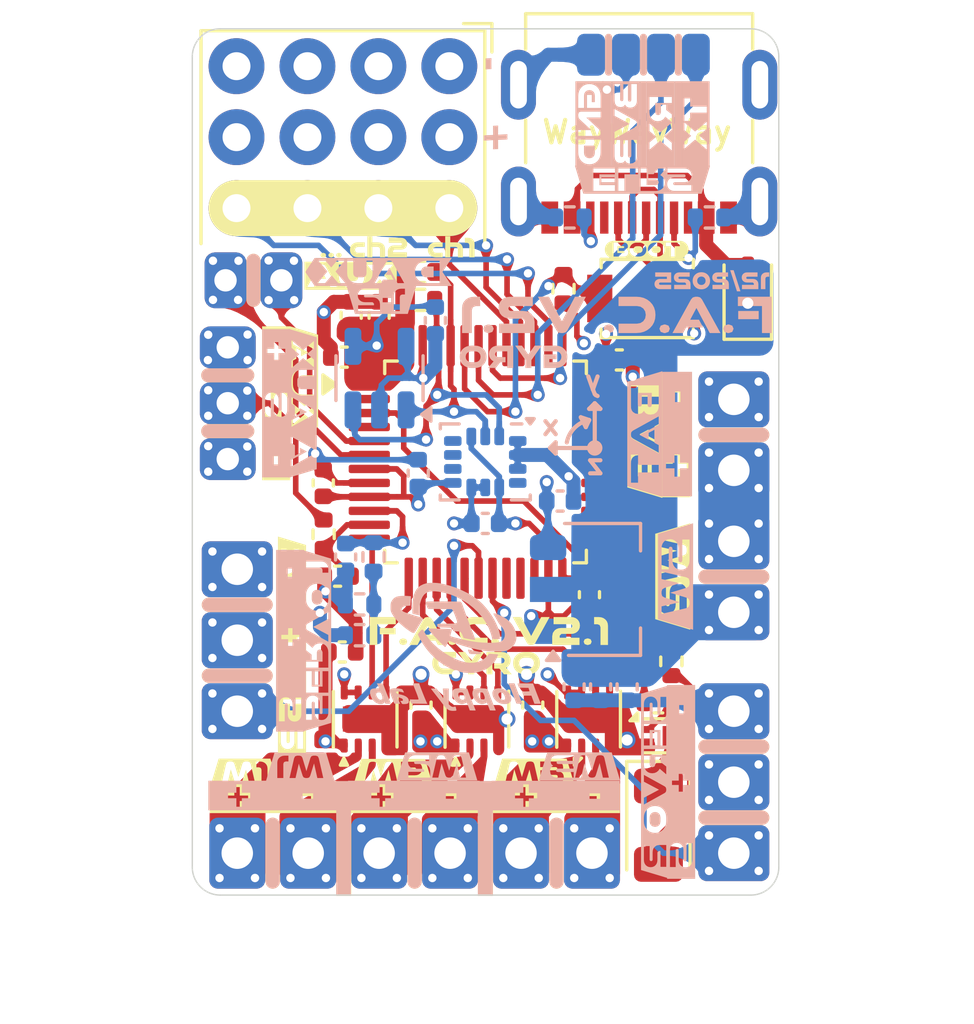
<source format=kicad_pcb>
(kicad_pcb (version 20241229) (generator "pcbnew") (generator_version "9.0")
  (title_block (title "Ant Robot Controller V2") (date "2025-09-19") (rev "2.1") (company "Filippo Castellan"))
  (layers (0 "F.Cu" signal) (4 "In1.Cu" signal) (6 "In2.Cu" signal) (2 "B.Cu" signal) (13 "F.Paste" user) (15 "B.Paste" user) (5 "F.SilkS" user "F.Silkscreen") (7 "B.SilkS" user "B.Silkscreen") (1 "F.Mask" user) (3 "B.Mask" user) (25 "Edge.Cuts" user))
  (net 0 "")
  (net 1 "+BATT")
  (net 2 "GND")
  (net 3 "+3V3")
  (net 4 "/MCU and RX/VBAT")
  (net 5 "/MCU and RX/ADC1")
  (net 6 "/Power/VUSB")
  (net 7 "Net-(D2-A)")
  (net 8 "Net-(D2-K)")
  (net 9 "/MCU and RX/USB_D+")
  (net 11 "Net-(J3-CC2)")
  (net 13 "/MCU and RX/USB_D-")
  (net 14 "Net-(J3-CC1)")
  (net 15 "/DC Motors/M1+")
  (net 16 "/DC Motors/M1-")
  (net 17 "/DC Motors/M2+")
  (net 18 "/DC Motors/M2-")
  (net 19 "/DC Motors/M3-")
  (net 20 "/DC Motors/M3+")
  (net 21 "/MCU and RX/SERVO1")
  (net 22 "/MCU and RX/SERVO2")
  (net 23 "Net-(J9-Pin_2)")
  (net 24 "/MCU and RX/DIGITAL_AUX1")
  (net 25 "/MCU and RX/DIGITAL_AUX2")
  (net 26 "/MCU and RX/UART2_RX")
  (net 27 "/MCU and RX/UART2_TX")
  (net 28 "Net-(Q1-G)")
  (net 29 "/Sensors/VBAT_DIV")
  (net 30 "/MCU and RX/BOOT0")
  (net 31 "/MCU and RX/I2C1_SDA")
  (net 32 "/MCU and RX/I2C1_SCL")
  (net 33 "/MCU and RX/STATUS_LED")
  (net 34 "/DC Motors/PWM_M1_F")
  (net 35 "/DC Motors/PWM_M1_B")
  (net 36 "/DC Motors/PWM_M2_F")
  (net 37 "/DC Motors/PWM_M2_B")
  (net 38 "/DC Motors/PWM_M3_B")
  (net 39 "/DC Motors/PWM_M3_F")
  (net 44 "/MCU and RX/CH4")
  (net 45 "/MCU and RX/CH2")
  (net 50 "/MCU and RX/CH1_PPM")
  (net 51 "/MCU and RX/CH3")
  (net 62 "/Power/+SW")
  (footprint "kibuzzard-68CD6E18" (layer "F.Cu") (at 116.203 129.598464 90)
    (property "Reference" "kibuzzard-68CD6E18" (hide yes))
    (property "Value" "G***" (hide yes))
  )
  (footprint "kibuzzard-68CFBFAF" (layer "F.Cu") (at 108.27 117.8)
    (property "Reference" "kibuzzard-68CFBFAF" (hide yes))
    (property "Value" "G***" (hide yes))
  )
  (footprint "kibuzzard-68CD725D" (layer "F.Cu") (at 111.25 136.620215)
    (property "Reference" "kibuzzard-68CD725D" (hide yes))
    (property "Value" "G***" (hide yes))
  )
  (footprint "Capacitor_SMD:C_0402_1005Metric" (layer "F.Cu") (at 105.69 120.25 90)
    (property "Reference" "C15" (hide yes))
    (property "Value" "100n")
  )
  (footprint "_MY_connectors:01x02_TH_pad_renforced_small" (layer "F.Cu") (at 102.19 119 180)
    (property "Reference" "J10" (hide yes))
    (property "Value" "DIGITAL_AUX")
  )
  (footprint "_MY_connectors:01x03_TH_pad_renforced" (layer "F.Cu") (at 100.61 134.42 90)
    (property "Reference" "J7" (hide yes))
    (property "Value" "servo 1")
  )
  (footprint "Capacitor_SMD:C_0402_1005Metric" (layer "F.Cu") (at 104.69 120.25 90)
    (property "Reference" "C13" (hide yes))
    (property "Value" "4.7u")
  )
  (footprint "Resistor_SMD:R_0402_1005Metric" (layer "F.Cu") (at 107.17 118.7 180)
    (property "Reference" "R9" (hide yes))
    (property "Value" "5.1k")
  )
  (footprint "Capacitor_SMD:C_0402_1005Metric" (layer "F.Cu") (at 107.19 134.2 90)
    (property "Reference" "C6" (hide yes))
    (property "Value" "4.7u")
  )
  (footprint "Package_DFN_QFN:Diodes_DFN1006-3" (layer "F.Cu") (at 115.69 135.3)
    (property "Reference" "Q1" (hide yes))
    (property "Value" "NMOS")
  )
  (footprint "kibuzzard-68CD7CD9" (layer "F.Cu") (at 109.52 132.7)
    (property "Reference" "kibuzzard-68CD7CD9" (hide yes))
    (property "Value" "G***" (hide yes))
  )
  (footprint "Capacitor_SMD:C_0402_1005Metric" (layer "F.Cu") (at 103.69 126.25 90)
    (property "Reference" "C18" (hide yes))
    (property "Value" "100n")
  )
  (footprint "Resistor_SMD:R_0402_1005Metric" (layer "F.Cu") (at 116.153 132.636 90)
    (property "Reference" "R11" (hide yes))
    (property "Value" "1.5k")
  )
  (footprint "Capacitor_SMD:C_0402_1005Metric" (layer "F.Cu") (at 104.37 132.3)
    (property "Reference" "C5" (hide yes))
    (property "Value" "4.7u")
  )
  (footprint "Resistor_SMD:R_0402_1005Metric" (layer "F.Cu") (at 103.703 128.087 -90)
    (property "Reference" "R6" (hide yes))
    (property "Value" "5.1k")
  )
  (footprint "_MIA footprint:USB_C_304A-ACP16X" (layer "F.Cu") (at 115 112 180)
    (property "Reference" "J3" (hide yes))
    (property "Value" "USB-C_304A-ACP16X")
  )
  (footprint "Resistor_SMD:R_0402_1005Metric" (layer "F.Cu") (at 107.17 119.7 180)
    (property "Reference" "R8" (hide yes))
    (property "Value" "5.1k")
  )
  (footprint "_MY_connectors:01x02_TH_pad_renforced" (layer "F.Cu") (at 105.69 139.5)
    (property "Reference" "J5" (hide yes))
    (property "Value" "M2")
  )
  (footprint "kibuzzard-68CD71AA" (layer "F.Cu") (at 100.87 136.620603)
    (property "Reference" "kibuzzard-68CD71AA" (hide yes))
    (property "Value" "G***" (hide yes))
  )
  (footprint "kibuzzard-68CFBE33" (layer "F.Cu") (at 104.67 118.837)
    (property "Reference" "kibuzzard-68CFBE33" (hide yes))
    (property "Value" "G***" (hide yes))
  )
  (footprint "kibuzzard-68CD6E53" (layer "F.Cu") (at 115.203 124.540304 90)
    (property "Reference" "kibuzzard-68CD6E53" (hide yes))
    (property "Value" "G***" (hide yes))
  )
  (footprint "kibuzzard-6935A190" (layer "F.Cu") (at 109.62 131.55)
    (property "Reference" "kibuzzard-6935A190" (hide yes))
    (property "Value" "G***" (hide yes))
  )
  (footprint "_MY_connectors:01x03_TH_pad_renforced" (layer "F.Cu") (at 118.39 139.5 90)
    (property "Reference" "J8" (hide yes))
    (property "Value" "servo 2")
  )
  (footprint "kibuzzard-68CD7254" (layer "F.Cu") (at 106.191249 136.629396)
    (property "Reference" "kibuzzard-68CD7254" (hide yes))
    (property "Value" "G***" (hide yes))
  )
  (footprint "kibuzzard-68CFBFFE" (layer "F.Cu") (at 105.67 117.8)
    (property "Reference" "kibuzzard-68CFBFFE" (hide yes))
    (property "Value" "G***" (hide yes))
  )
  (footprint "Capacitor_SMD:C_0402_1005Metric" (layer "F.Cu") (at 114.29 121.85)
    (property "Reference" "C16" (hide yes))
    (property "Value" "100n")
  )
  (footprint "kibuzzard-68CFBDBE" (layer "F.Cu") (at 101.92 137.537)
    (property "Reference" "kibuzzard-68CFBDBE" (hide yes))
    (property "Value" "G***" (hide yes))
  )
  (footprint "Diode_SMD:D_SOD-323" (layer "F.Cu") (at 118.89 119.5 90)
    (property "Reference" "D1" (hide yes))
    (property "Value" "1N5819WS")
  )
  (footprint "_MY_connectors:01x02_TH_pad_renforced" (layer "F.Cu") (at 110.77 139.5)
    (property "Reference" "J6" (hide yes))
    (property "Value" "M3")
  )
  (footprint "_My_modules:FS2A 4CH reciever" (layer "F.Cu") (at 108.203 111.337 180)
    (property "Reference" "U7" (hide yes))
    (property "Value" "FS2A 4CH reciever")
  )
  (footprint "Button_Switch_SMD:SW_SPST_B3U-1000P" (layer "F.Cu") (at 115.29 119.65 180)
    (property "Reference" "SW1" (hide yes))
    (property "Value" "BOOT")
  )
  (footprint "Capacitor_SMD:C_0402_1005Metric" (layer "F.Cu") (at 111.19 134.2 90)
    (property "Reference" "C7" (hide yes))
    (property "Value" "4.7u")
  )
  (footprint "_MY_connectors:01x02_TH_pad_renforced" (layer "F.Cu") (at 100.61 139.5)
    (property "Reference" "J4" (hide yes))
    (property "Value" "M1")
  )
  (footprint "Package_QFP:LQFP-48_7x7mm_P0.5mm" (layer "F.Cu") (at 109.5 125.5)
    (property "Reference" "U6" (hide yes))
    (property "Value" "STM32F072CBTx")
  )
  (footprint "kibuzzard-68CD73CB" (layer "F.Cu") (at 103.003 122.6 -90)
    (property "Reference" "kibuzzard-68CD73CB" (hide yes))
    (property "Value" "G***" (hide yes))
  )
  (footprint "Resistor_SMD:R_0402_1005Metric" (layer "F.Cu") (at 115.69 134.1)
    (property "Reference" "R10" (hide yes))
    (property "Value" "5.1k")
  )
  (footprint "kibuzzard-68CD717E" (layer "F.Cu") (at 102.57 132.05 -90)
    (property "Reference" "kibuzzard-68CD717E" (hide yes))
    (property "Value" "G***" (hide yes))
  )
  (footprint "kibuzzard-68CFBDD6" (layer "F.Cu") (at 112.02 137.537)
    (property "Reference" "kibuzzard-68CFBDD6" (hide yes))
    (property "Value" "G***" (hide yes))
  )
  (footprint "kibuzzard-68CD7457" (layer "F.Cu") (at 115.27 117.9)
    (property "Reference" "kibuzzard-68CD7457" (hide yes))
    (property "Value" "G***" (hide yes))
  )
  (footprint "Package_SON:WSON-8-1EP_2x2mm_P0.5mm_EP0.9x1.6mm" (layer "F.Cu") (at 105.19 134.7 90)
    (property "Reference" "U2" (hide yes))
    (property "Value" "DRV8837")
  )
  (footprint "_MY_connectors:01x03_TH_pad_renforced_small" (layer "F.Cu") (at 100.27 121.398096 -90)
    (property "Reference" "J9" (hide yes))
    (property "Value" "ADC_AUX")
  )
  (footprint "Capacitor_SMD:C_0402_1005Metric" (layer "F.Cu") (at 113.22 130.25 -90)
    (property "Reference" "C17" (hide yes))
    (property "Value" "100n")
  )
  (footprint "kibuzzard-68CFC012" (layer "F.Cu") (at 103.97 118.1)
    (property "Reference" "kibuzzard-68CFC012" (hide yes))
    (property "Value" "G***" (hide yes))
  )
  (footprint "Capacitor_SMD:C_0402_1005Metric" (layer "F.Cu") (at 104.203 129.587)
    (property "Reference" "C11" (hide yes))
    (property "Value" "100n")
  )
  (footprint "Resistor_SMD:R_0402_1005Metric" (layer "F.Cu") (at 112.29 119.3 -90)
    (property "Reference" "R7" (hide yes))
    (property "Value" "5.1k")
  )
  (footprint "Capacitor_SMD:C_0402_1005Metric" (layer "F.Cu") (at 104.44 121.75 180)
    (property "Reference" "C14" (hide yes))
    (property "Value" "100n")
  )
  (footprint "_MY_connectors:01x02_TH_pad_renforced" (layer "F.Cu") (at 118.39 128.34 -90)
    (property "Reference" "J1" (hide yes))
    (property "Value" "SWITCH")
  )
  (footprint "kibuzzard-68CD73D1" (layer "F.Cu") (at 102.003 123.4 -90)
    (property "Reference" "kibuzzard-68CD73D1" (hide yes))
    (property "Value" "G***" (hide yes))
  )
  (footprint "Package_SON:WSON-8-1EP_2x2mm_P0.5mm_EP0.9x1.6mm" (layer "F.Cu") (at 109.19 134.7 90)
    (property "Reference" "U3" (hide yes))
    (property "Value" "DRV8837")
  )
  (footprint "kibuzzard-68CD6E40" (layer "F.Cu") (at 116.303 124.537 90)
    (property "Reference" "kibuzzard-68CD6E40" (hide yes))
    (property "Value" "G***" (hide yes))
  )
  (footprint "kibuzzard-68CFBDCF" (layer "F.Cu") (at 106.97 137.537)
    (property "Reference" "kibuzzard-68CFBDCF" (hide yes))
    (property "Value" "G***" (hide yes))
  )
  (footprint "Package_SON:WSON-8-1EP_2x2mm_P0.5mm_EP0.9x1.6mm" (layer "F.Cu") (at 113.19 134.7 90)
    (property "Reference" "U4" (hide yes))
    (property "Value" "DRV8837")
  )
  (footprint "LED_SMD:LED_1206_3216Metric" (layer "F.Cu") (at 115.69 138.5 -90)
    (property "Reference" "D2" (hide yes))
    (property "Value" "STATUS")
  )
  (footprint "_MY_connectors:01x02_TH_pad_renforced" (layer "F.Cu") (at 118.39 123.26 -90)
    (property "Reference" "J2" (hide yes))
    (property "Value" "2s Battery")
  )
  (footprint "Resistor_SMD:R_0402_1005Metric" (layer "B.Cu") (at 105.49 128.9 90)
    (property "Reference" "R5" (hide yes))
    (property "Value" "10k")
  )
  (footprint "kibuzzard-68CFCF36" (layer "B.Cu") (at 101.867173 137.437 180)
    (property "Reference" "kibuzzard-68CFCF36" (hide yes))
    (property "Value" "G***" (hide yes))
  )
  (footprint "LOGO" (layer "B.Cu") (at 108.223663 132.122178 180)
    (property "Reference" "G***" (hide yes))
    (property "Value" "LOGO" (hide yes))
  )
  (footprint "kibuzzard-68CD793B" (layer "B.Cu") (at 113.22 113.412923 -90)
    (property "Reference" "kibuzzard-68CD793B" (hide yes))
    (property "Value" "G***" (hide yes))
  )
  (footprint "kibuzzard-68CD7254" (layer "B.Cu") (at 107.763237 136.396518 180)
    (property "Reference" "kibuzzard-68CD7254" (hide yes))
    (property "Value" "G***" (hide yes))
  )
  (footprint "kibuzzard-6935A1A7" (layer "B.Cu") (at 117.603 119.016 180)
    (property "Reference" "kibuzzard-6935A1A7" (hide yes))
    (property "Value" "G***" (hide yes))
  )
  (footprint "kibuzzard-68CD71AA" (layer "B.Cu") (at 102.867069 136.411277 180)
    (property "Reference" "kibuzzard-68CD71AA" (hide yes))
    (property "Value" "G***" (hide yes))
  )
  (footprint "kibuzzard-68CD787F" (layer "B.Cu") (at 102.953 123.4 90)
    (property "Reference" "kibuzzard-68CD787F" (hide yes))
    (property "Value" "G***" (hide yes))
  )
  (footprint "Resistor_SMD:R_0402_1005Metric" (layer "B.Cu") (at 104.99 130.6 180)
    (property "Reference" "R4" (hide yes))
    (property "Value" "1.5k")
  )
  (footprint "Resistor_SMD:R_0402_1005Metric" (layer "B.Cu") (at 104.99 131.7)
    (property "Reference" "R3" (hide yes))
    (property "Value" "10k")
  )
  (footprint "Package_TO_SOT_SMD:SOT-23-5" (layer "B.Cu") (at 105.703 122.5 90)
    (property "Reference" "U8" (hide yes))
    (property "Value" "AT24C02C")
  )
  (footprint "Resistor_SMD:R_0402_1005Metric" (layer "B.Cu") (at 112.52 116.75 180)
    (property "Reference" "R1" (hide yes))
    (property "Value" "5.1k")
  )
  (footprint "kibuzzard-68CD7CD9" (layer "B.Cu") (at 110.503 121.737 180)
    (property "Reference" "kibuzzard-68CD7CD9" (hide yes))
    (property "Value" "G***" (hide yes))
  )
  (footprint "kibuzzard-68CFCF49" (layer "B.Cu") (at 106.933598 137.437171 180)
    (property "Reference" "kibuzzard-68CFCF49" (hide yes))
    (property "Value" "G***" (hide yes))
  )
  (footprint "Capacitor_SMD:C_0402_1005Metric" (layer "B.Cu") (at 109.49 127.7 180)
    (property "Reference" "C10" (hide yes))
    (property "Value" "100n")
  )
  (footprint "Package_TO_SOT_SMD:SOT-89-3" (layer "B.Cu") (at 113.69 130.0625)
    (property "Reference" "U1" (hide yes))
    (property "Value" "GM7333")
  )
  (footprint "kibuzzard-68CD795A" (layer "B.Cu") (at 114.52 113.4 -90)
    (property "Reference" "kibuzzard-68CD795A" (hide yes))
    (property "Value" "G***" (hide yes))
  )
  (footprint "kibuzzard-68CD78A4" (layer "B.Cu") (at 102.003 123.4 90)
    (property "Reference" "kibuzzard-68CD78A4" (hide yes))
    (property "Value" "G***" (hide yes))
  )
  (footprint "kibuzzard-68CD769D" (layer "B.Cu") (at 115.57 136.95 -90)
    (property "Reference" "kibuzzard-68CD769D" (hide yes))
    (property "Value" "G***" (hide yes))
  )
  (footprint "Package_LGA:LGA-14_3x2.5mm_P0.5mm_LayoutBorder3x4y" (layer "B.Cu") (at 109.49 125.5 180)
    (property "Reference" "U5" (hide yes))
    (property "Value" "LSM6DS3")
  )
  (footprint "Capacitor_SMD:C_0402_1005Metric" (layer "B.Cu") (at 107.703 120.437 -90)
    (property "Reference" "C19" (hide yes))
    (property "Value" "100n")
  )
  (footprint "Capacitor_SMD:C_0402_1005Metric" (layer "B.Cu") (at 112.67 133.55 -90)
    (property "Reference" "C3" (hide yes))
    (property "Value" "4.7u")
  )
  (footprint "Resistor_SMD:R_0402_1005Metric" (layer "B.Cu") (at 117.52 116.75)
    (property "Reference" "R2" (hide yes))
    (property "Value" "5.1k")
  )
  (footprint "kibuzzard-69359CA2" (layer "B.Cu") (at 109.86 113.886808 -90)
    (property "Reference" "kibuzzard-69359CA2" (hide yes))
    (property "Value" "G***" (hide yes))
  )
  (footprint "Capacitor_SMD:C_0402_1005Metric" (layer "B.Cu") (at 113.62 133.55 -90)
    (property "Reference" "C2" (hide yes))
    (property "Value" "4.7u")
  )
  (footprint "kibuzzard-68CD6E53" (layer "B.Cu") (at 115.203 124.5 -90)
    (property "Reference" "kibuzzard-68CD6E53" (hide yes))
    (property "Value" "G***" (hide yes))
  )
  (footprint "kibuzzard-69359CAC" (layer "B.Cu") (at 109.61 111.25 -90)
    (property "Reference" "kibuzzard-69359CAC" (hide yes))
    (property "Value" "G***" (hide yes))
  )
  (footprint "kibuzzard-68CD78F0" (layer "B.Cu") (at 105.77 119.7 180)
    (property "Reference" "kibuzzard-68CD78F0" (hide yes))
    (property "Value" "G***" (hide yes))
  )
  (footprint "_MY_connectors:Pad 01x04 small" (layer "B.Cu") (at 117.029404 110.926904 90)
    (property "Reference" "J12" (hide yes))
    (property "Value" "ELRS")
  )
  (footprint "Capacitor_SMD:C_0402_1005Metric" (layer "B.Cu") (at 112.17 126.9)
    (property "Reference" "C4" (hide yes))
    (property "Value" "4.7u")
  )
  (footprint "kibuzzard-68CD79A4" (layer "B.Cu") (at 117.02 113.405129 -90)
    (property "Reference" "kibuzzard-68CD79A4" (hide yes))
    (property "Value" "G***" (hide yes))
  )
  (footprint "kibuzzard-68CFCF3D" (layer "B.Cu") (at 112.013724 137.439407 180)
    (property "Reference" "kibuzzard-68CFCF3D" (hide yes))
    (property "Value" "G***" (hide yes))
  )
  (footprint "Capacitor_SMD:C_0402_1005Metric" (layer "B.Cu") (at 104.49 128.9 90)
    (property "Reference" "C8" (hide yes))
    (property "Value" "4.7u")
  )
  (footprint "Capacitor_SMD:C_0402_1005Metric" (layer "B.Cu") (at 114.57 133.55 -90)
    (property "Reference" "C1" (hide yes))
    (property "Value" "4.7u")
  )
  (footprint "kibuzzard-68CD7642" (layer "B.Cu") (at 103.47 131.9 90)
    (property "Reference" "kibuzzard-68CD7642" (hide yes))
    (property "Value" "G***" (hide yes))
  )
  (footprint "Capacitor_SMD:C_0402_1005Metric" (layer "B.Cu") (at 107.09 125.9 90)
    (property "Reference" "C9" (hide yes))
    (property "Value" "100n")
  )
  (footprint "kibuzzard-68CD79BE" (layer "B.Cu") (at 115.77 113.396308 -90)
    (property "Reference" "kibuzzard-68CD79BE" (hide yes))
    (property "Value" "G***" (hide yes))
  )
  (footprint "kibuzzard-68CD725D" (layer "B.Cu") (at 112.863 136.396932 180)
    (property "Reference" "kibuzzard-68CD725D" (hide yes))
    (property "Value" "G***" (hide yes))
  )
  (footprint "kibuzzard-68CD7A1F" (layer "B.Cu") (at 115.12 115.4)
    (property "Reference" "kibuzzard-68CD7A1F" (hide yes))
    (property "Value" "G***" (hide yes))
  )
  (footprint "kibuzzard-68CD784B" (layer "B.Cu") (at 116.503 136.95 -90)
    (property "Reference" "kibuzzard-68CD784B" (hide yes))
    (property "Value" "G***" (hide yes))
  )
  (footprint "kibuzzard-68CD6E18" (layer "B.Cu") (at 116.303 129.6 -90)
    (property "Reference" "kibuzzard-68CD6E18" (hide yes))
    (property "Value" "G***" (hide yes))
  )
  (footprint "kibuzzard-6935A19F" (layer "B.Cu") (at 114.203 120.237 180)
    (property "Reference" "kibuzzard-6935A19F" (hide yes))
    (property "Value" "G***" (hide yes))
  )
  (footprint "kibuzzard-68CFC153" (layer "B.Cu") (at 102.503 131.9 90)
    (property "Reference" "kibuzzard-68CFC153" (hide yes))
    (property "Value" "G***" (hide yes))
  )
  (footprint "kibuzzard-68CD78BE" (layer "B.Cu") (at 105.67 118.7 180)
    (property "Reference" "kibuzzard-68CD78BE" (hide yes))
    (property "Value" "G***" (hide yes))
  )
  (footprint "kibuzzard-68CD756A" (layer "B.Cu") (at 116.363555 124.503304 -90)
    (property "Reference" "kibuzzard-68CD756A" (hide yes))
    (property "Value" "G***" (hide yes))
  )
  (gr_rect (start 109.233705 137.019236) (end 109.761795 141.026995) (fill yes) (layer "F.SilkS"))
  (gr_rect (start 104.153705 137.020256) (end 104.691795 141.028015) (fill yes) (layer "F.SilkS"))
  (gr_line (start 100.583 116.416) (end 108.203 116.416) (stroke (width 2)) (layer "F.SilkS"))
  (gr_line (start 113.41 123.4) (end 113.61 123.6) (stroke (width 0.15)) (layer "B.SilkS"))
  (gr_arc (start 112.41 124.8) (mid 112.68889 124.27889) (end 113.21 124) (stroke (width 0.15)) (layer "B.SilkS"))
  (gr_line (start 113.41 123.4) (end 113.21 123.6) (stroke (width 0.15)) (layer "B.SilkS"))
  (gr_rect (start 113.672564 111.874667) (end 114.017436 114.917949) (fill yes) (layer "B.SilkS"))
  (gr_line (start 112.01 124.8) (end 111.81 125) (stroke (width 0.15)) (layer "B.SilkS"))
  (gr_line (start 112.91 123.9) (end 113.090869 124.254287) (stroke (width 0.15)) (layer "B.SilkS"))
  (gr_rect (start 116.272564 111.874667) (end 116.517436 114.917949) (fill yes) (layer "B.SilkS"))
  (gr_line (start 113.61 123.6) (end 113.41 123.4) (stroke (width 0.15)) (layer "B.SilkS"))
  (gr_circle (center 113.41 125) (end 113.21 125) (stroke (width 0.15)) (fill yes) (layer "B.SilkS"))
  (gr_line (start 113.090869 124.254287) (end 113.21 124) (stroke (width 0.15)) (layer "B.SilkS"))
  (gr_line (start 112.01 125.2) (end 112.01 124.8) (stroke (width 0.15)) (layer "B.SilkS"))
  (gr_line (start 113.41 125) (end 111.81 125) (stroke (width 0.15)) (layer "B.SilkS"))
  (gr_rect (start 115.022564 111.874667) (end 115.267436 114.917949) (fill yes) (layer "B.SilkS"))
  (gr_rect (start 109.223705 136.920256) (end 109.761795 141.028015) (fill yes) (layer "B.SilkS"))
  (gr_rect (start 104.153705 136.919236) (end 104.681795 141.026995) (fill yes) (layer "B.SilkS"))
  (gr_line (start 113.21 123.6) (end 113.61 123.6) (stroke (width 0.15)) (layer "B.SilkS"))
  (gr_line (start 113.41 125) (end 113.41 123.4) (stroke (width 0.15)) (layer "B.SilkS"))
  (gr_line (start 111.81 125) (end 112.01 124.8) (stroke (width 0.15)) (layer "B.SilkS"))
  (gr_line (start 111.81 125) (end 112.01 125.2) (stroke (width 0.15)) (layer "B.SilkS"))
  (gr_line (start 113.210005 124) (end 112.91 123.9) (stroke (width 0.15)) (layer "B.SilkS"))
  (gr_line (start 119 110) (end 100 110) (stroke (width 0.05)) (layer "Edge.Cuts"))
  (gr_arc (start 99 111) (mid 99.292893 110.292893) (end 100 110) (stroke (width 0.05)) (layer "Edge.Cuts"))
  (gr_line (start 120 140) (end 120 111) (stroke (width 0.05)) (layer "Edge.Cuts"))
  (gr_line (start 100 141) (end 119 141) (stroke (width 0.05)) (layer "Edge.Cuts"))
  (gr_line (start 99 111) (end 99 140) (stroke (width 0.05)) (layer "Edge.Cuts"))
  (gr_arc (start 120 140) (mid 119.707107 140.707107) (end 119 141) (stroke (width 0.05)) (layer "Edge.Cuts"))
  (gr_arc (start 100 141) (mid 99.292893 140.707107) (end 99 140) (stroke (width 0.05)) (layer "Edge.Cuts"))
  (gr_arc (start 119 110) (mid 119.707107 110.292893) (end 120 111) (stroke (width 0.05)) (layer "Edge.Cuts"))
  (gr_text "WayWayWay" (at 111.453 114.166 0) (layer "F.SilkS") (effects (font (size 0.8 0.8) (thickness 0.15) (bold yes)) (justify left bottom)))
  (gr_text "y" (at 113.71 123 0) (layer "B.SilkS") (effects (font (size 0.7 0.7) (thickness 0.15) (bold yes)) (justify left bottom mirror)))
  (gr_text "z" (at 113.81 126 0) (layer "B.SilkS") (effects (font (size 0.7 0.7) (thickness 0.15) (bold yes)) (justify left bottom mirror)))
  (gr_text "x" (at 112.21 124.6 0) (layer "B.SilkS") (effects (font (size 0.7 0.7) (thickness 0.15) (bold yes)) (justify left bottom mirror)))
  (segment (start 116.2 131.2) (end 116.52 130.88) (width 0.5) (layer "F.Cu") (net 1))
  (segment (start 116.2 132.079) (end 116.2 131.2) (width 0.5) (layer "F.Cu") (net 1))
  (segment (start 118.89 119.82) (end 118.89 120.55) (width 0.5) (layer "F.Cu") (net 1))
  (segment (start 103.77 132.42) (end 103.89 132.3) (width 0.5) (layer "F.Cu") (net 1))
  (segment (start 103.77 135.5) (end 103.77 132.42) (width 0.5) (layer "F.Cu") (net 1))
  (segment (start 116.52 130.88) (end 118.39 130.88) (width 0.5) (layer "F.Cu") (net 1))
  (segment (start 116.153 132.126) (end 116.2 132.079) (width 0.5) (layer "F.Cu") (net 1))
  (via (at 107.17 135.5) (size 0.5) (drill 0.3) (layers "F.Cu" "B.Cu") (net 1))
  (via (at 111.77 135.5) (size 0.5) (drill 0.3) (layers "F.Cu" "B.Cu") (net 1))
  (via (at 103.57 130.9) (size 0.5) (drill 0.3) (layers "F.Cu" "B.Cu") (net 1))
  (via (at 103.77 135.5) (size 0.5) (drill 0.3) (layers "F.Cu" "B.Cu") (net 1))
  (via (at 107.77 135.5) (size 0.5) (drill 0.3) (layers "F.Cu" "B.Cu") (net 1))
  (via (at 111.17 135.5) (size 0.5) (drill 0.3) (layers "F.Cu" "B.Cu") (net 1))
  (via (at 118.89 119.82) (size 0.6) (drill 0.4) (layers "F.Cu" "B.Cu") (net 1))
  (segment (start 103.87 131.7) (end 103.57 131.4) (width 0.5) (layer "B.Cu") (net 1))
  (segment (start 103.57 131.4) (end 103.57 130.9) (width 0.5) (layer "B.Cu") (net 1))
  (segment (start 104.48 131.7) (end 103.87 131.7) (width 0.5) (layer "B.Cu") (net 1))
  (segment (start 111.8 116.755) (end 111.255 116.755) (width 0.5) (layer "F.Cu") (net 2))
  (segment (start 103.4 125.48) (end 103.69 125.77) (width 0.5) (layer "F.Cu") (net 2))
  (segment (start 118.745 116.755) (end 119.32 116.18) (width 0.5) (layer "F.Cu") (net 2))
  (segment (start 111.75 130.85) (end 111.75 129.6625) (width 0.2) (layer "F.Cu") (net 2))
  (segment (start 103.708 120.132) (end 104.07 119.77) (width 0.5) (layer "F.Cu") (net 2))
  (segment (start 110.97 133.5) (end 111.19 133.72) (width 0.5) (layer "F.Cu") (net 2))
  (segment (start 103.96 121.75) (end 103.96 121.394) (width 0.5) (layer "F.Cu") (net 2))
  (segment (start 105.3375 126.25) (end 104.17 126.25) (width 0.2) (layer "F.Cu") (net 2))
  (segment (start 111.735 130.85) (end 111.57 131.015) (width 0.2) (layer "F.Cu") (net 2))
  (segment (start 112.305 131.015) (end 112.59 130.73) (width 0.2) (layer "F.Cu") (net 2))
  (segment (start 111.75 130.85) (end 111.755 130.85) (width 0.2) (layer "F.Cu") (net 2))
  (segment (start 111.135 131.015) (end 111.92 131.015) (width 0.2) (layer "F.Cu") (net 2))
  (segment (start 104.85 131.21) (end 104.85 132.3) (width 0.5) (layer "F.Cu") (net 2))
  (segment (start 111.57 131.015) (end 111.75 131.015) (width 0.2) (layer "F.Cu") (net 2))
  (segment (start 109.19 134.7) (end 110.27 134.7) (width 0.5) (layer "F.Cu") (net 2))
  (segment (start 107.25 122.48) (end 107.27 122.5) (width 0.2) (layer "F.Cu") (net 2))
  (segment (start 107.25 121.3375) (end 107.25 122.48) (width 0.2) (layer "F.Cu") (net 2))
  (segment (start 111.135 131.015) (end 111.57 131.015) (width 0.2) (layer "F.Cu") (net 2))
  (segment (start 103.4 125.2) (end 103.4 125.48) (width 0.5) (layer "F.Cu") (net 2))
  (segment (start 111.75 131.015) (end 111.75 130.85) (width 0.2) (layer "F.Cu") (net 2))
  (segment (start 114.77 122.45) (end 114.77 123.05) (width 0.2) (layer "F.Cu") (net 2))
  (segment (start 103.96 121.394) (end 103.708 121.142) (width 0.5) (layer "F.Cu") (net 2))
  (segment (start 107.19 133.1) (end 107.19 133.72) (width 0.5) (layer "F.Cu") (net 2))
  (segment (start 104.17 126.25) (end 103.69 125.77) (width 0.2) (layer "F.Cu") (net 2))
  (segment (start 103.723 129.587) (end 103.723 130.083) (width 0.5) (layer "F.Cu") (net 2))
  (segment (start 111.92 131.015) (end 112.305 131.015) (width 0.2) (layer "F.Cu") (net 2))
  (segment (start 114.77 121.85) (end 114.77 122.45) (width 0.5) (layer "F.Cu") (net 2))
  (segment (start 103.708 120.137) (end 103.708 120.132) (width 0.5) (layer "F.Cu") (net 2))
  (segment (start 114.57 123.25) (end 113.6625 123.25) (width 0.2) (layer "F.Cu") (net 2))
  (segment (start 112.59 130.73) (end 113.22 130.73) (width 0.2) (layer "F.Cu") (net 2))
  (segment (start 110.97 133.1) (end 110.97 133.5) (width 0.5) (layer "F.Cu") (net 2))
  (segment (start 103.708 121.142) (end 103.708 120.137) (width 0.5) (layer "F.Cu") (net 2))
  (segment (start 104.07 119.77) (end 104.69 119.77) (width 0.5) (layer "F.Cu") (net 2))
  (segment (start 111.755 130.85) (end 111.92 131.015) (width 0.2) (layer "F.Cu") (net 2))
  (segment (start 112.29 119.81) (end 112.77 120.29) (width 0.2) (layer "F.Cu") (net 2))
  (segment (start 111.755 130.85) (end 111.735 130.85) (width 0.2) (layer "F.Cu") (net 2))
  (segment (start 103.723 130.083) (end 103.77 130.13) (width 0.5) (layer "F.Cu") (net 2))
  (segment (start 111.255 116.755) (end 110.68 116.18) (width 0.5) (layer "F.Cu") (net 2))
  (segment (start 112.77 121) (end 113.02 121.25) (width 0.2) (layer "F.Cu") (net 2))
  (segment (start 114.77 123.05) (end 114.57 123.25) (width 0.2) (layer "F.Cu") (net 2))
  (segment (start 112.77 120.29) (end 112.77 121) (width 0.2) (layer "F.Cu") (net 2))
  (segment (start 118.2 116.755) (end 118.745 116.755) (width 0.5) (layer "F.Cu") (net 2))
  (segment (start 103.77 130.13) (end 104.85 131.21) (width 0.5) (layer "F.Cu") (net 2))
  (segment (start 105.69 119.77) (end 104.69 119.77) (width 0.5) (layer "F.Cu") (net 2))
  (via (at 108.37 127.7) (size 0.5) (drill 0.3) (layers "F.Cu" "B.Cu") (net 2))
  (via (at 107.27 122.5) (size 0.5) (drill 0.3) (layers "F.Cu" "B.Cu") (net 2))
  (via (at 103.4 125.2) (size 0.5) (drill 0.3) (layers "F.Cu" "B.Cu") (net 2))
  (via (at 112.475 126.013636) (size 0.5) (drill 0.3) (layers "F.Cu" "B.Cu") (net 2))
  (via (at 114.77 122.45) (size 0.5) (drill 0.3) (layers "F.Cu" "B.Cu") (net 2))
  (via (at 103.708 120.137) (size 0.5) (drill 0.3) (layers "F.Cu" "B.Cu") (net 2))
  (via (at 113.02 121.25) (size 0.5) (drill 0.3) (layers "F.Cu" "B.Cu") (net 2))
  (via (at 107.19 133.1) (size 0.6) (drill 0.4) (layers "F.Cu" "B.Cu") (net 2))
  (via (at 111.135 131.015) (size 0.5) (drill 0.3) (layers "F.Cu" "B.Cu") (net 2))
  (via (at 114.57 135.45) (size 0.6) (drill 0.4) (layers "F.Cu" "B.Cu") (net 2))
  (via (at 110.27 134.7) (size 0.6) (drill 0.4) (layers "F.Cu" "B.Cu") (net 2))
  (via (at 110.97 133.1) (size 0.6) (drill 0.4) (layers "F.Cu" "B.Cu") (net 2))
  (via (at 103.77 130.13) (size 0.5) (drill 0.3) (layers "F.Cu" "B.Cu") (net 2))
  (segment (start 106.47 122.5) (end 106.02 122.5) (width 0.2) (layer "B.Cu") (net 2))
  (segment (start 111.25 116.75) (end 110.68 116.18) (width 0.5) (layer "B.Cu") (net 2))
  (segment (start 105.77 123.5705) (end 105.703 123.6375) (width 0.2) (layer "B.Cu") (net 2))
  (segment (start 109.49 126.4125) (end 108.99 126.4125) (width 0.2) (layer "B.Cu") (net 2))
  (segment (start 113.62 134.03) (end 112.67 134.03) (width 0.5) (layer "B.Cu") (net 2))
  (segment (start 106.72 122.3) (end 106.72 122.45) (width 0.2) (layer "B.Cu") (net 2))
  (segment (start 110.6525 125.75) (end 110.6525 125.25) (width 0.2) (layer "B.Cu") (net 2))
  (segment (start 107.27 122.5) (end 106.92 122.5) (width 0.2) (layer "B.Cu") (net 2))
  (segment (start 112.475 126.013636) (end 112.65 126.188636) (width 0.5) (layer "B.Cu") (net 2))
  (segment (start 104.49 129.38) (end 104.49 129.65) (width 0.5) (layer "B.Cu") (net 2))
  (segment (start 104.49 129.65) (end 104.49 130.59) (width 0.5) (layer "B.Cu") (net 2))
  (segment (start 106.77 122.5) (end 106.47 122.5) (width 0.2) (layer "B.Cu") (net 2))
  (segment (start 106.52 122.5) (end 106.72 122.3) (width 0.2) (layer "B.Cu") (net 2))
  (segment (start 104.49 130.13) (end 104.49 129.38) (width 0.5) (layer "B.Cu") (net 2))
  (segment (start 111.753096 110.926904) (end 110.68 112) (width 0.5) (layer "B.Cu") (net 2))
  (segment (start 103.77 130.13) (end 104.49 130.13) (width 0.5) (layer "B.Cu") (net 2))
  (segment (start 108.99 126.4125) (end 108.99 127.68) (width 0.2) (layer "B.Cu") (net 2))
  (segment (start 104.49 130.59) (end 104.48 130.6) (width 0.5) (layer "B.Cu") (net 2))
  (segment (start 111.135 131.015) (end 111.135 131.465) (width 0.5) (layer "B.Cu") (net 2))
  (segment (start 107.703 120.917) (end 107.703 122.067) (width 0.5) (layer "B.Cu") (net 2))
  (segment (start 105.77 122.75) (end 105.77 123.5705) (width 0.2) (layer "B.Cu") (net 2))
  (segment (start 106.02 122.5) (end 105.77 122.75) (width 0.2) (layer "B.Cu") (net 2))
  (segment (start 103.4 125.2) (end 103.4 125.358307) (width 0.2) (layer "B.Cu") (net 2))
  (segment (start 106.72 122.3) (end 106.92 122.5) (width 0.2) (layer "B.Cu") (net 2))
  (segment (start 106.92 122.5) (end 106.77 122.5) (width 0.2) (layer "B.Cu") (net 2))
  (segment (start 111.2325 131.5625) (end 111.74 131.5625) (width 0.5) (layer "B.Cu") (net 2))
  (segment (start 113.279404 110.926904) (end 111.753096 110.926904) (width 0.5) (layer "B.Cu") (net 2))
  (segment (start 106.72 121.4295) (end 106.72 122.3) (width 0.2) (layer "B.Cu") (net 2))
  (segment (start 111.135 131.465) (end 111.2325 131.5625) (width 0.5) (layer "B.Cu") (net 2))
  (segment (start 118 134.03) (end 118.39 134.42) (width 0.5) (layer "B.Cu") (net 2))
  (segment (start 114.57 134.03) (end 118 134.03) (width 0.5) (layer "B.Cu") (net 2))
  (segment (start 103.461693 125.42) (end 107.09 125.42) (width 0.2) (layer "B.Cu") (net 2))
  (segment (start 110.6525 124.75) (end 110.6525 125.25) (width 0.2) (layer "B.Cu") (net 2))
  (segment (start 108.99 127.68) (end 109.01 127.7) (width 0.2) (layer "B.Cu") (net 2))
  (segment (start 106.72 122.45) (end 106.77 122.5) (width 0.2) (layer "B.Cu") (net 2))
  (segment (start 111.711364 125.25) (end 110.6525 125.25) (width 0.5) (layer "B.Cu") (net 2))
  (segment (start 106.653 121.3625) (end 106.72 121.4295) (width 0.2) (layer "B.Cu") (net 2))
  (segment (start 109.01 127.7) (end 108.37 127.7) (width 0.2) (layer "B.Cu") (net 2))
  (segment (start 114.57 134.03) (end 113.62 134.03) (width 0.5) (layer "B.Cu") (net 2))
  (segment (start 103.77 130.13) (end 104.01 130.13) (width 0.5) (layer "B.Cu") (net 2))
  (segment (start 112.475 126.013636) (end 111.711364 125.25) (width 0.5) (layer "B.Cu") (net 2))
  (segment (start 118.03 116.75) (end 118.75 116.75) (width 0.5) (layer "B.Cu") (net 2))
  (segment (start 103.4 125.358307) (end 103.461693 125.42) (width 0.2) (layer "B.Cu") (net 2))
  (segment (start 107.703 122.067) (end 107.27 122.5) (width 0.5) (layer "B.Cu") (net 2))
  (segment (start 106.47 122.5) (end 106.52 122.5) (width 0.2) (layer "B.Cu") (net 2))
  (segment (start 112.01 116.75) (end 111.25 116.75) (width 0.5) (layer "B.Cu") (net 2))
  (segment (start 112.65 126.188636) (end 112.65 126.9) (width 0.5) (layer "B.Cu") (net 2))
  (segment (start 118.75 116.75) (end 119.32 116.18) (width 0.5) (layer "B.Cu") (net 2))
  (segment (start 106.6785 121.337) (end 106.653 121.3625) (width 0.5) (layer "B.Cu") (net 2))
  (segment (start 104.01 130.13) (end 104.48 130.6) (width 0.5) (layer "B.Cu") (net 2))
  (segment (start 104.01 130.13) (end 104.49 129.65) (width 0.5) (layer "B.Cu") (net 2))
  (segment (start 108.94 133.75) (end 108.44 133.75) (width 0.2) (layer "F.Cu") (net 3))
  (segment (start 113.814641 120.91988) (end 113.814641 120.955359) (width 0.2) (layer "F.Cu") (net 3))
  (segment (start 106.57 126) (end 106.57 126.75) (width 0.2) (layer "F.Cu") (net 3))
  (segment (start 104.94 133.75) (end 104.44 133.75) (width 0.2) (layer "F.Cu") (net 3))
  (segment (start 113.6625 122.4) (end 113.81 122.2525) (width 0.2) (layer "F.Cu") (net 3))
  (segment (start 106.32 125.75) (end 106.57 126) (width 0.2) (layer "F.Cu") (net 3))
  (segment (start 112.77 129.72) (end 113.17 129.72) (width 0.2) (layer "F.Cu") (net 3))
  (segment (start 113.81 120.96) (end 113.81 121.85) (width 0.2) (layer "F.Cu") (net 3))
  (segment (start 104.44 133.1) (end 104.44 133.75) (width 0.2) (layer "F.Cu") (net 3))
  (segment (start 108.44 133.1) (end 108.44 133.75) (width 0.2) (layer "F.Cu") (net 3))
  (segment (start 106.32 126.75) (end 105.3375 126.75) (width 0.2) (layer "F.Cu") (net 3))
  (segment (start 103.69 126.73) (end 103.71 126.75) (width 0.2) (layer "F.Cu") (net 3))
  (segment (start 106.75 121.3375) (end 106.75 119.79) (width 0.2) (layer "F.Cu") (net 3))
  (segment (start 113.17 129.72) (end 113.22 129.77) (width 0.2) (layer "F.Cu") (net 3))
  (segment (start 112.94 133.75) (end 112.44 133.75) (width 0.2) (layer "F.Cu") (net 3))
  (segment (start 116.97 120.9) (end 116.99 120.88) (width 0.2) (layer "F.Cu") (net 3))
  (segment (start 106.66 118.7) (end 106.66 119.7) (width 0.2) (layer "F.Cu") (net 3))
  (segment (start 113.81 122.2525) (end 113.81 121.85) (width 0.2) (layer "F.Cu") (net 3))
  (segment (start 112.7125 129.6625) (end 112.77 129.72) (width 0.2) (layer "F.Cu") (net 3))
  (segment (start 106.57 126.75) (end 106.32 126.75) (width 0.2) (layer "F.Cu") (net 3))
  (segment (start 113.814641 120.955359) (end 113.81 120.96) (width 0.2) (layer "F.Cu") (net 3))
  (segment (start 112.25 129.6625) (end 112.25 128.891176) (width 0.2) (layer "F.Cu") (net 3))
  (segment (start 112.37 133.75) (end 112.44 133.75) (width 0.2) (layer "F.Cu") (net 3))
  (segment (start 107.09 127.02) (end 106.82 126.75) (width 0.2) (layer "F.Cu") (net 3))
  (segment (start 105.3375 125.75) (end 106.32 125.75) (width 0.2) (layer "F.Cu") (net 3))
  (segment (start 112.25 128.891176) (end 111.058824 127.7) (width 0.2) (layer "F.Cu") (net 3))
  (segment (start 106.75 119.79) (end 106.66 119.7) (width 0.2) (layer "F.Cu") (net 3))
  (segment (start 116.99 120.88) (end 116.99 119.65) (width 0.2) (layer "F.Cu") (net 3))
  (segment (start 103.71 126.75) (end 105.3375 126.75) (width 0.2) (layer "F.Cu") (net 3))
  (segment (start 106.82 126.75) (end 106.32 126.75) (width 0.2) (layer "F.Cu") (net 3))
  (segment (start 111.72 133.1) (end 112.37 133.75) (width 0.2) (layer "F.Cu") (net 3))
  (segment (start 111.058824 127.7) (end 110.57 127.7) (width 0.2) (layer "F.Cu") (net 3))
  (segment (start 112.25 129.6625) (end 112.7125 129.6625) (width 0.2) (layer "F.Cu") (net 3))
  (segment (start 113.6625 122.75) (end 113.6625 122.4) (width 0.2) (layer "F.Cu") (net 3))
  (via (at 108.44 133.1) (size 0.5) (drill 0.3) (layers "F.Cu" "B.Cu") (net 3))
  (via (at 107.09 127.02) (size 0.5) (drill 0.3) (layers "F.Cu" "B.Cu") (net 3))
  (via (at 116.97 120.9) (size 0.5) (drill 0.3) (layers "F.Cu" "B.Cu") (net 3))
  (via (at 111.69 126.22) (size 0.5) (drill 0.3) (layers "F.Cu" "B.Cu") (net 3))
  (via (at 105.603 121.337) (size 0.5) (drill 0.3) (layers "F.Cu" "B.Cu") (net 3))
  (via (at 113.845 112.175) (size 0.5) (drill 0.3) (layers "F.Cu" "B.Cu") (net 3))
  (via (at 113.814641 120.91988) (size 0.5) (drill 0.3) (layers "F.Cu" "B.Cu") (net 3))
  (via (at 104.44 133.1) (size 0.5) (drill 0.3) (layers "F.Cu" "B.Cu") (net 3))
  (via (at 110.57 127.7) (size 0.5) (drill 0.3) (layers "F.Cu" "B.Cu") (net 3))
  (via (at 111.72 133.1) (size 0.5) (drill 0.3) (layers "F.Cu" "B.Cu") (net 3))
  (segment (start 109.99 126.4125) (end 109.99 127.68) (width 0.2) (layer "B.Cu") (net 3))
  (segment (start 107.22 126.25) (end 108.3275 126.25) (width 0.2) (layer "B.Cu") (net 3))
  (segment (start 111.69 126.22) (end 111.69 126.9) (width 0.2) (layer "B.Cu") (net 3))
  (segment (start 113.834521 120.9) (end 113.814641 120.91988) (width 0.2) (layer "B.Cu") (net 3))
  (segment (start 113.814641 120.91988) (end 113.814521 120.92) (width 0.2) (layer "B.Cu") (net 3))
  (segment (start 104.753 121.3625) (end 105.5775 121.3625) (width 0.2) (layer "B.Cu") (net 3))
  (segment (start 114.529404 111.940596) (end 114.529404 110.926904) (width 0.2) (layer "B.Cu") (net 3))
  (segment (start 111.74 126.95) (end 111.69 126.9) (width 0.2) (layer "B.Cu") (net 3))
  (segment (start 105.603 120.537) (end 105.603 121.337) (width 0.2) (layer "B.Cu") (net 3))
  (segment (start 114.295 112.175) (end 114.529404 111.940596) (width 0.2) (layer "B.Cu") (net 3))
  (segment (start 109.99 127.68) (end 109.97 127.7) (width 0.2) (layer "B.Cu") (net 3))
  (segment (start 108.99 125.02) (end 109.99 126.02) (width 0.2) (layer "B.Cu") (net 3))
  (segment (start 107.09 127.02) (end 107.09 126.38) (width 0.2) (layer "B.Cu") (net 3))
  (segment (start 107.703 119.957) (end 106.183 119.957) (width 0.2) (layer "B.Cu") (net 3))
  (segment (start 109.97 127.7) (end 110.57 127.7) (width 0.2) (layer "B.Cu") (net 3))
  (segment (start 105.5775 121.3625) (end 105.603 121.337) (width 0.2) (layer "B.Cu") (net 3))
  (segment (start 108.99 124.5875) (end 108.99 125.02) (width 0.2) (layer "B.Cu") (net 3))
  (segment (start 106.183 119.957) (end 105.603 120.537) (width 0.2) (layer "B.Cu") (net 3))
  (segment (start 109.99 126.02) (end 109.99 126.4125) (width 0.2) (layer "B.Cu") (net 3))
  (segment (start 113.845 112.175) (end 114.295 112.175) (width 0.2) (layer "B.Cu") (net 3))
  (segment (start 107.09 126.38) (end 107.22 126.25) (width 0.2) (layer "B.Cu") (net 3))
  (segment (start 111.74 128.5625) (end 111.74 126.95) (width 0.2) (layer "B.Cu") (net 3))
  (segment (start 106.53 127.46) (end 106.32 127.25) (width 0.2) (layer "F.Cu") (net 4))
  (segment (start 106.32 127.25) (end 105.3375 127.25) (width 0.2) (layer "F.Cu") (net 4))
  (segment (start 106.53 128.39) (end 106.53 127.46) (width 0.2) (layer "F.Cu") (net 4))
  (via (at 106.53 128.39) (size 0.5) (drill 0.3) (layers "F.Cu" "B.Cu") (net 4))
  (segment (start 105.49 128.39) (end 104.52 128.39) (width 0.2) (layer "B.Cu") (net 4))
  (segment (start 104.52 128.39) (end 104.49 128.42) (width 0.2) (layer "B.Cu") (net 4))
  (segment (start 106.53 128.39) (end 105.49 128.39) (width 0.2) (layer "B.Cu") (net 4))
  (segment (start 104.54 127.75) (end 105.3375 127.75) (width 0.2) (layer "F.Cu") (net 5))
  (segment (start 103.703 128.597) (end 103.703 128.587) (width 0.2) (layer "F.Cu") (net 5))
  (segment (start 103.703 128.587) (end 104.54 127.75) (width 0.2) (layer "F.Cu") (net 5))
  (segment (start 103.703 128.597) (end 103.703 128.607) (width 0.2) (layer "F.Cu") (net 5))
  (segment (start 103.703 128.607) (end 104.683 129.587) (width 0.2) (layer "F.Cu") (net 5))
  (segment (start 118.89 118.45) (end 118.118 118.45) (width 0.5) (layer "F.Cu") (net 6))
  (segment (start 112.6 116.755) (end 112.79 116.565) (width 0.2) (layer "F.Cu") (net 6))
  (segment (start 118.118 118.45) (end 117.4 117.732) (width 0.5) (layer "F.Cu") (net 6))
  (segment (start 117.21 115.75) (end 117.21 116.565) (width 0.2) (layer "F.Cu") (net 6))
  (segment (start 117.4 117.732) (end 117.4 116.755) (width 0.5) (layer "F.Cu") (net 6))
  (segment (start 112.79 115.73) (end 113.27 115.25) (width 0.2) (layer "F.Cu") (net 6))
  (segment (start 117.21 116.565) (end 117.4 116.755) (width 0.2) (layer "F.Cu") (net 6))
  (segment (start 113.27 115.25) (end 116.71 115.25) (width 0.2) (layer "F.Cu") (net 6))
  (segment (start 116.71 115.25) (end 117.21 115.75) (width 0.2) (layer "F.Cu") (net 6))
  (segment (start 112.79 116.565) (end 112.79 115.73) (width 0.2) (layer "F.Cu") (net 6))
  (segment (start 115.69 138.91) (end 115.69 139.9) (width 0.2) (layer "F.Cu") (net 7))
  (segment (start 116.816 137.784) (end 115.69 138.91) (width 0.2) (layer "F.Cu") (net 7))
  (segment (start 116.816 133.526) (end 116.816 137.784) (width 0.2) (layer "F.Cu") (net 7))
  (segment (start 116.153 133.146) (end 116.436 133.146) (width 0.2) (layer "F.Cu") (net 7))
  (segment (start 116.436 133.146) (end 116.816 133.526) (width 0.2) (layer "F.Cu") (net 7))
  (segment (start 116.04 136.75) (end 115.69 137.1) (width 0.2) (layer "F.Cu") (net 8))
  (segment (start 116.04 135.3) (end 116.04 136.75) (width 0.2) (layer "F.Cu") (net 8))
  (segment (start 115.52 118.576647) (end 115.52 118.846774) (width 0.2) (layer "F.Cu") (net 9))
  (segment (start 115.201802 124.25) (end 113.6625 124.25) (width 0.2) (layer "F.Cu") (net 9))
  (segment (start 115.04 117.9) (end 115.02 117.9) (width 0.2) (layer "F.Cu") (net 9))
  (segment (start 114.25 117.53) (end 114.25 116.755) (width 0.2) (layer "F.Cu") (net 9))
  (segment (start 115.52 121.581139) (end 115.52 123.931802) (width 0.2) (layer "F.Cu") (net 9))
  (segment (start 115.02 117.9) (end 114.87 117.75) (width 0.2) (layer "F.Cu") (net 9))
  (segment (start 115.135452 120.886774) (end 115.28 120.886774) (width 0.2) (layer "F.Cu") (net 9))
  (segment (start 115.28 120.286774) (end 115.135452 120.286774) (width 0.2) (layer "F.Cu") (net 9))
  (segment (start 115.04 117.9) (end 115.04 118.096647) (width 0.2) (layer "F.Cu") (net 9))
  (segment (start 114.895447 119.326774) (end 114.895447 119.446774) (width 0.2) (layer "F.Cu") (net 9))
  (segment (start 115.52 123.931802) (end 115.201802 124.25) (width 0.2) (layer "F.Cu") (net 9))
  (segment (start 115.135447 119.686774) (end 115.28 119.686774) (width 0.2) (layer "F.Cu") (net 9))
  (segment (start 115.52 121.126774) (end 115.52 121.246774) (width 0.2) (layer "F.Cu") (net 9))
  (segment (start 115.52 119.926774) (end 115.52 120.046774) (width 0.2) (layer "F.Cu") (net 9))
  (segment (start 114.87 117.75) (end 114.47 117.75) (width 0.2) (layer "F.Cu") (net 9))
  (segment (start 115.04 117.75) (end 114.87 117.75) (width 0.2) (layer "F.Cu") (net 9))
  (segment (start 115.04 118.096647) (end 115.52 118.576647) (width 0.2) (layer "F.Cu") (net 9))
  (segment (start 115.25 117.54) (end 115.04 117.75) (width 0.2) (layer "F.Cu") (net 9))
  (segment (start 114.47 117.75) (end 114.25 117.53) (width 0.2) (layer "F.Cu") (net 9))
  (segment (start 115.52 121.246774) (end 115.52 121.581139) (width 0.2) (layer "F.Cu") (net 9))
  (segment (start 115.25 116.755) (end 115.25 117.54) (width 0.2) (layer "F.Cu") (net 9))
  (segment (start 115.28 119.086774) (end 115.135447 119.086774) (width 0.2) (layer "F.Cu") (net 9))
  (segment (start 114.895452 120.526774) (end 114.895452 120.646774) (width 0.2) (layer "F.Cu") (net 9))
  (segment (start 115.04 117.75) (end 115.04 117.9) (width 0.2) (layer "F.Cu") (net 9))
  (arc (start 115.52 118.846774) (mid 115.449706 119.01648) (end 115.28 119.086774) (width 0.2) (layer "F.Cu") (net 9))
  (arc (start 115.28 119.686774) (mid 115.449706 119.757068) (end 115.52 119.926774) (width 0.2) (layer "F.Cu") (net 9))
  (arc (start 115.135452 120.286774) (mid 114.965746 120.357068) (end 114.895452 120.526774) (width 0.2) (layer "F.Cu") (net 9))
  (arc (start 115.135447 119.086774) (mid 114.965741 119.157068) (end 114.895447 119.326774) (width 0.2) (layer "F.Cu") (net 9))
  (arc (start 114.895447 119.446774) (mid 114.965741 119.61648) (end 115.135447 119.686774) (width 0.2) (layer "F.Cu") (net 9))
  (arc (start 115.28 120.886774) (mid 115.449706 120.957068) (end 115.52 121.126774) (width 0.2) (layer "F.Cu") (net 9))
  (arc (start 114.895452 120.646774) (mid 114.965746 120.81648) (end 115.135452 120.886774) (width 0.2) (layer "F.Cu") (net 9))
  (arc (start 115.52 120.046774) (mid 115.449706 120.21648) (end 115.28 120.286774) (width 0.2) (layer "F.Cu") (net 9))
  (segment (start 113.25 117.58) (end 113.27 117.6) (width 0.2) (layer "F.Cu") (net 11))
  (segment (start 113.25 116.755) (end 113.25 117.58) (width 0.2) (layer "F.Cu") (net 11))
  (via (at 113.27 117.6) (size 0.5) (drill 0.3) (layers "F.Cu" "B.Cu") (net 11))
  (segment (start 113.03 116.75) (end 113.03 117.36) (width 0.2) (layer "B.Cu") (net 11))
  (segment (start 113.03 117.36) (end 113.27 117.6) (width 0.2) (layer "B.Cu") (net 11))
  (segment (start 114.990898 115.75) (end 114.75 115.990898) (width 0.2) (layer "F.Cu") (net 13))
  (segment (start 115.338198 124.75) (end 113.6625 124.75) (width 0.2) (layer "F.Cu") (net 13))
  (segment (start 115.52 115.75) (end 114.990898 115.75) (width 0.2) (layer "F.Cu") (net 13))
  (segment (start 115.75 116.755) (end 115.75 118.170251) (width 0.2) (layer "F.Cu") (net 13))
  (segment (start 115.75 118.170251) (end 115.995 118.415251) (width 0.2) (layer "F.Cu") (net 13))
  (segment (start 115.995 124.093198) (end 115.338198 124.75) (width 0.2) (layer "F.Cu") (net 13))
  (segment (start 115.995 118.415251) (end 115.995 124.093198) (width 0.2) (layer "F.Cu") (net 13))
  (segment (start 115.75 115.98) (end 115.52 115.75) (width 0.2) (layer "F.Cu") (net 13))
  (segment (start 115.75 116.755) (end 115.75 115.98) (width 0.2) (layer "F.Cu") (net 13))
  (segment (start 114.75 115.990898) (end 114.75 116.755) (width 0.2) (layer "F.Cu") (net 13))
  (segment (start 116.77 118.2) (end 116.25 117.68) (width 0.2) (layer "F.Cu") (net 14))
  (segment (start 116.25 117.68) (end 116.25 116.755) (width 0.2) (layer "F.Cu") (net 14))
  (via (at 116.77 118.2) (size 0.5) (drill 0.3) (layers "F.Cu" "B.Cu") (net 14))
  (segment (start 117.01 116.75) (end 117.01 117.96) (width 0.2) (layer "B.Cu") (net 14))
  (segment (start 117.01 117.96) (end 116.77 118.2) (width 0.2) (layer "B.Cu") (net 14))
  (segment (start 109.027 128.5) (end 108.37 128.5) (width 0.2) (layer "F.Cu") (net 21))
  (segment (start 109.25 129.6625) (end 109.25 128.723) (width 0.2) (layer "F.Cu") (net 21))
  (segment (start 109.25 128.723) (end 109.027 128.5) (width 0.2) (layer "F.Cu") (net 21))
  (via (at 108.37 128.5) (size 0.5) (drill 0.3) (layers "F.Cu" "B.Cu") (net 21))
  (segment (start 108.37 128.5) (end 108.37 130.65) (width 0.2) (layer "B.Cu") (net 21))
  (segment (start 104.6 134.42) (end 100.61 134.42) (width 0.2) (layer "B.Cu") (net 21))
  (segment (start 108.37 130.65) (end 104.6 134.42) (width 0.2) (layer "B.Cu") (net 21))
  (segment (start 109.75 129.6625) (end 109.75 130.48) (width 0.2) (layer "F.Cu") (net 22))
  (segment (start 109.75 130.48) (end 110.17 130.9) (width 0.2) (layer "F.Cu") (net 22))
  (via (at 110.17 130.9) (size 0.5) (drill 0.3) (layers "F.Cu" "B.Cu") (net 22))
  (segment (start 110.17 133.45) (end 110.17 130.9) (width 0.2) (layer "B.Cu") (net 22))
  (segment (start 115.17 138.8) (end 115.17 137.25) (width 0.2) (layer "B.Cu") (net 22))
  (segment (start 115.17 137.25) (end 112.67 134.75) (width 0.2) (layer "B.Cu") (net 22))
  (segment (start 112.67 134.75) (end 111.47 134.75) (width 0.2) (layer "B.Cu") (net 22))
  (segment (start 115.87 139.5) (end 115.17 138.8) (width 0.2) (layer "B.Cu") (net 22))
  (segment (start 111.47 134.75) (end 110.17 133.45) (width 0.2) (layer "B.Cu") (net 22))
  (segment (start 118.39 139.5) (end 115.87 139.5) (width 0.2) (layer "B.Cu") (net 22))
  (segment (start 100.27 123.398096) (end 101.764096 123.398096) (width 0.2) (layer "F.Cu") (net 23))
  (segment (start 102.703 124.337) (end 102.703 126.609838) (width 0.2) (layer "F.Cu") (net 23))
  (segment (start 102.703 126.609838) (end 103.670162 127.577) (width 0.2) (layer "F.Cu") (net 23))
  (segment (start 103.670162 127.577) (end 103.703 127.577) (width 0.2) (layer "F.Cu") (net 23))
  (segment (start 101.764096 123.398096) (end 102.703 124.337) (width 0.2) (layer "F.Cu") (net 23))
  (segment (start 104.50974 124.75) (end 105.3375 124.75) (width 0.2) (layer "F.Cu") (net 24))
  (segment (start 102.19 119) (end 102.19 120.331106) (width 0.2) (layer "F.Cu") (net 24))
  (segment (start 103.203 121.344106) (end 103.203 123.44326) (width 0.2) (layer "F.Cu") (net 24))
  (segment (start 102.19 120.331106) (end 103.203 121.344106) (width 0.2) (layer "F.Cu") (net 24))
  (segment (start 103.203 123.44326) (end 104.50974 124.75) (width 0.2) (layer "F.Cu") (net 24))
  (segment (start 104.323612 125.25) (end 102.703 123.629388) (width 0.2) (layer "F.Cu") (net 25))
  (segment (start 100.19 119.32) (end 100.19 119) (width 0.2) (layer "F.Cu") (net 25))
  (segment (start 105.3375 125.25) (end 104.323612 125.25) (width 0.2) (layer "F.Cu") (net 25))
  (segment (start 102.703 123.629388) (end 102.703 121.833) (width 0.2) (layer "F.Cu") (net 25))
  (segment (start 102.703 121.833) (end 100.19 119.32) (width 0.2) (layer "F.Cu") (net 25))
  (segment (start 109.77 123.1) (end 109.25 122.58) (width 0.2) (layer "F.Cu") (net 26))
  (segment (start 111.37 123.1) (end 109.77 123.1) (width 0.2) (layer "F.Cu") (net 26))
  (segment (start 109.25 122.58) (end 109.25 121.3375) (width 0.2) (layer "F.Cu") (net 26))
  (via (at 111.37 123.1) (size 0.5) (drill 0.3) (layers "F.Cu" "B.Cu") (net 26))
  (segment (start 115.779404 112.640596) (end 115.779404 110.926904) (width 0.2) (layer "B.Cu") (net 26))
  (segment (start 111.37 120.9) (end 114.77 117.5) (width 0.2) (layer "B.Cu") (net 26))
  (segment (start 111.37 123.1) (end 111.37 120.9) (width 0.2) (layer "B.Cu") (net 26))
  (segment (start 114.77 117.5) (end 114.77 113.65) (width 0.2) (layer "B.Cu") (net 26))
  (segment (start 114.77 113.65) (end 115.779404 112.640596) (width 0.2) (layer "B.Cu") (net 26))
  (segment (start 112.17 122.5) (end 110.027124 122.5) (width 0.2) (layer "F.Cu") (net 27))
  (segment (start 110.027124 122.5) (end 109.75 122.222876) (width 0.2) (layer "F.Cu") (net 27))
  (segment (start 109.75 122.222876) (end 109.75 121.3375) (width 0.2) (layer "F.Cu") (net 27))
  (via (at 112.17 122.5) (size 0.5) (drill 0.3) (layers "F.Cu" "B.Cu") (net 27))
  (segment (start 115.77 117.375) (end 115.77 113.8) (width 0.2) (layer "B.Cu") (net 27))
  (segment (start 112.17 122.5) (end 112.17 120.975) (width 0.2) (layer "B.Cu") (net 27))
  (segment (start 112.17 120.975) (end 115.77 117.375) (width 0.2) (layer "B.Cu") (net 27))
  (segment (start 115.77 113.8) (end 117.029404 112.540596) (width 0.2) (layer "B.Cu") (net 27))
  (segment (start 117.029404 112.540596) (end 117.029404 110.926904) (width 0.2) (layer "B.Cu") (net 27))
  (segment (start 116.2 134.1) (end 116.2 134.215) (width 0.2) (layer "F.Cu") (net 28))
  (segment (start 116.2 134.215) (end 115.34 135.075) (width 0.2) (layer "F.Cu") (net 28))
  (segment (start 105.49 130.59) (end 105.5 130.6) (width 0.2) (layer "B.Cu") (net 29))
  (segment (start 105.5 131.7) (end 105.5 130.6) (width 0.2) (layer "B.Cu") (net 29))
  (segment (start 105.49 129.41) (end 105.49 130.59) (width 0.2) (layer "B.Cu") (net 29))
  (segment (start 109.57 123.7) (end 108.75 122.88) (width 0.2) (layer "F.Cu") (net 30))
  (segment (start 108.75 122.88) (end 108.75 121.3375) (width 0.2) (layer "F.Cu") (net 30))
  (segment (start 112.29 118.79) (end 113.15 119.65) (width 0.2) (layer "F.Cu") (net 30))
  (segment (start 113.15 119.65) (end 113.59 119.65) (width 0.2) (layer "F.Cu") (net 30))
  (segment (start 110.57 123.7) (end 109.57 123.7) (width 0.2) (layer "F.Cu") (net 30))
  (segment (start 111.753527 119.206305) (end 112.169832 118.79) (width 0.2) (layer "F.Cu") (net 30))
  (segment (start 112.169832 118.79) (end 112.29 118.79) (width 0.2) (layer "F.Cu") (net 30))
  (via (at 110.57 123.7) (size 0.5) (drill 0.3) (layers "F.Cu" "B.Cu") (net 30))
  (via (at 111.753527 119.206305) (size 0.5) (drill 0.3) (layers "F.Cu" "B.Cu") (net 30))
  (segment (start 110.57 123.7) (end 110.57 120.389832) (width 0.2) (layer "B.Cu") (net 30))
  (segment (start 110.57 120.389832) (end 111.753527 119.206305) (width 0.2) (layer "B.Cu") (net 30))
  (segment (start 107.821 121.4085) (end 107.821 123.049) (width 0.2) (layer "F.Cu") (net 31))
  (segment (start 107.75 119.77) (end 107.68 119.7) (width 0.2) (layer "F.Cu") (net 31))
  (segment (start 107.37 123.5) (end 107.77 123.1) (width 0.2) (layer "F.Cu") (net 31))
  (segment (start 107.75 121.3375) (end 107.821 121.4085) (width 0.2) (layer "F.Cu") (net 31))
  (segment (start 107.37 124.7) (end 107.37 123.5) (width 0.2) (layer "F.Cu") (net 31))
  (segment (start 107.75 121.3375) (end 107.75 119.77) (width 0.2) (layer "F.Cu") (net 31))
  (segment (start 107.821 123.049) (end 107.77 123.1) (width 0.2) (layer "F.Cu") (net 31))
  (via (at 107.77 123.1) (size 0.5) (drill 0.3) (layers "F.Cu" "B.Cu") (net 31))
  (via (at 107.37 124.7) (size 0.5) (drill 0.3) (layers "F.Cu" "B.Cu") (net 31))
  (segment (start 104.82 123.7045) (end 104.82 124.524999) (width 0.2) (layer "B.Cu") (net 31))
  (segment (start 109.99 123.57) (end 109.52 123.1) (width 0.2) (layer "B.Cu") (net 31))
  (segment (start 109.99 124.5875) (end 109.99 123.57) (width 0.2) (layer "B.Cu") (net 31))
  (segment (start 104.753 123.6375) (end 104.82 123.7045) (width 0.2) (layer "B.Cu") (net 31))
  (segment (start 104.82 124.524999) (end 104.995001 124.7) (width 0.2) (layer "B.Cu") (net 31))
  (segment (start 109.52 123.1) (end 107.77 123.1) (width 0.2) (layer "B.Cu") (net 31))
  (segment (start 104.995001 124.7) (end 107.37 124.7) (width 0.2) (layer "B.Cu") (net 31))
  (segment (start 108.25 119.17) (end 107.78 118.7) (width 0.2) (layer "F.Cu") (net 32))
  (segment (start 108.25 121.3375) (end 108.25 119.17) (width 0.2) (layer "F.Cu") (net 32))
  (segment (start 108.37 123.7) (end 108.37 122.9) (width 0.2) (layer "F.Cu") (net 32))
  (segment (start 108.25 122.78) (end 108.25 121.3375) (width 0.2) (layer "F.Cu") (net 32))
  (segment (start 108.37 122.9) (end 108.25 122.78) (width 0.2) (layer "F.Cu") (net 32))
  (via (at 108.37 123.7) (size 0.5) (drill 0.3) (layers "F.Cu" "B.Cu") (net 32))
  (segment (start 106.7825 123.7) (end 106.72 123.6375) (width 0.2) (layer "B.Cu") (net 32))
  (segment (start 109.49 124.02) (end 109.49 124.5875) (width 0.2) (layer "B.Cu") (net 32))
  (segment (start 106.72 123.6375) (end 106.653 123.6375) (width 0.2) (layer "B.Cu") (net 32))
  (segment (start 108.37 123.7) (end 109.17 123.7) (width 0.2) (layer "B.Cu") (net 32))
  (segment (start 109.17 123.7) (end 109.49 124.02) (width 0.2) (layer "B.Cu") (net 32))
  (segment (start 108.37 123.7) (end 106.7825 123.7) (width 0.2) (layer "B.Cu") (net 32))
  (segment (start 106.57 124.028453) (end 106.57 125) (width 0.2) (layer "F.Cu") (net 33))
  (segment (start 112.82 128.85) (end 114.32 128.85) (width 0.2) (layer "F.Cu") (net 33))
  (segment (start 115.18 129.71) (end 115.18 134.1) (width 0.2) (layer "F.Cu") (net 33))
  (segment (start 106.291547 123.75) (end 106.57 124.028453) (width 0.2) (layer "F.Cu") (net 33))
  (segment (start 105.3375 123.75) (end 106.291547 123.75) (width 0.2) (layer "F.Cu") (net 33))
  (segment (start 110.87 126.9) (end 112.82 128.85) (width 0.2) (layer "F.Cu") (net 33))
  (segment (start 114.32 128.85) (end 115.18 129.71) (width 0.2) (layer "F.Cu") (net 33))
  (segment (start 106.57 125) (end 108.47 126.9) (width 0.2) (layer "F.Cu") (net 33))
  (segment (start 108.47 126.9) (end 110.87 126.9) (width 0.2) (layer "F.Cu") (net 33))
  (segment (start 105.44 128.3525) (end 105.3375 128.25) (width 0.2) (layer "F.Cu") (net 34))
  (segment (start 105.44 133.75) (end 105.44 128.3525) (width 0.2) (layer "F.Cu") (net 34))
  (segment (start 105.94 131.53) (end 106.75 130.72) (width 0.2) (layer "F.Cu") (net 35))
  (segment (start 106.75 130.72) (end 106.75 129.6625) (width 0.2) (layer "F.Cu") (net 35))
  (segment (start 105.94 133.75) (end 105.94 131.53) (width 0.2) (layer "F.Cu") (net 35))
  (segment (start 109.44 133.75) (end 109.44 133.161556) (width 0.2) (layer "F.Cu") (net 36))
  (segment (start 109.44 133.161556) (end 107.25 130.971556) (width 0.2) (layer "F.Cu") (net 36))
  (segment (start 107.25 130.971556) (end 107.25 129.6625) (width 0.2) (layer "F.Cu") (net 36))
  (segment (start 107.75 130.78) (end 107.75 129.6625) (width 0.2) (layer "F.Cu") (net 37))
  (segment (start 109.94 133.75) (end 109.94 132.97) (width 0.2) (layer "F.Cu") (net 37))
  (segment (start 109.94 132.97) (end 107.75 130.78) (width 0.2) (layer "F.Cu") (net 37))
  (segment (start 110.000001 131.65) (end 112.57 131.65) (width 0.2) (layer "F.Cu") (net 38))
  (segment (start 113.94 133.02) (end 113.94 133.75) (width 0.2) (layer "F.Cu") (net 38))
  (segment (start 108.75 129.6625) (end 108.75 130.399999) (width 0.2) (layer "F.Cu") (net 38))
  (segment (start 112.57 131.65) (end 113.94 133.02) (width 0.2) (layer "F.Cu") (net 38))
  (segment (start 108.75 130.399999) (end 110.000001 131.65) (width 0.2) (layer "F.Cu") (net 38))
  (segment (start 108.25 130.58) (end 109.87 132.2) (width 0.2) (layer "F.Cu") (net 39))
  (segment (start 109.87 132.2) (end 112.27 132.2) (width 0.2) (layer "F.Cu") (net 39))
  (segment (start 108.25 129.6625) (end 108.25 130.58) (width 0.2) (layer "F.Cu") (net 39))
  (segment (start 112.27 132.2) (end 113.44 133.37) (width 0.2) (layer "F.Cu") (net 39))
  (segment (start 113.44 133.37) (end 113.44 133.75) (width 0.2) (layer "F.Cu") (net 39))
  (segment (start 111.02 119.75) (end 111.75 120.48) (width 0.2) (layer "F.Cu") (net 44))
  (segment (start 111.75 120.48) (end 111.75 121.3375) (width 0.2) (layer "F.Cu") (net 44))
  (segment (start 111.02 118.75) (end 111.02 119.75) (width 0.2) (layer "F.Cu") (net 44))
  (via (at 111.02 118.75) (size 0.5) (drill 0.3) (layers "F.Cu" "B.Cu") (net 44))
  (segment (start 104.525 118.755) (end 111.015 118.755) (width 0.2) (layer "B.Cu") (net 44))
  (segment (start 103.52 117.75) (end 104.525 118.755) (width 0.2) (layer "B.Cu") (net 44))
  (segment (start 101.916 117.75) (end 103.52 117.75) (width 0.2) (layer "B.Cu") (net 44))
  (segment (start 100.583 116.417) (end 101.916 117.75) (width 0.2) (layer "B.Cu") (net 44))
  (segment (start 111.015 118.755) (end 111.02 118.75) (width 0.2) (layer "B.Cu") (net 44))
  (segment (start 109.52 117.75) (end 109.52 119.25) (width 0.2) (layer "F.Cu") (net 45))
  (segment (start 110.75 120.48) (end 110.75 121.3375) (width 0.2) (layer "F.Cu") (net 45))
  (segment (start 109.52 119.25) (end 110.75 120.48) (width 0.2) (layer "F.Cu") (net 45))
  (via (at 109.52 117.75) (size 0.5) (drill 0.3) (layers "F.Cu" "B.Cu") (net 45))
  (segment (start 109.52 117.75) (end 106.996 117.75) (width 0.2) (layer "B.Cu") (net 45))
  (segment (start 106.996 117.75) (end 105.663 116.417) (width 0.2) (layer "B.Cu") (net 45))
  (segment (start 110.25 121.3375) (end 110.25 120.48) (width 0.2) (layer "F.Cu") (net 50))
  (segment (start 108.203 118.433) (end 108.203 116.417) (width 0.2) (layer "F.Cu") (net 50))
  (segment (start 110.25 120.48) (end 108.203 118.433) (width 0.2) (layer "F.Cu") (net 50))
  (segment (start 111.25 120.48) (end 111.25 121.3375) (width 0.2) (layer "F.Cu") (net 51))
  (segment (start 110.27 118.25) (end 110.27 119.5) (width 0.2) (layer "F.Cu") (net 51))
  (segment (start 110.27 119.5) (end 111.25 120.48) (width 0.2) (layer "F.Cu") (net 51))
  (via (at 110.27 118.25) (size 0.5) (drill 0.3) (layers "F.Cu" "B.Cu") (net 51))
  (segment (start 110.265 118.255) (end 104.961 118.255) (width 0.2) (layer "B.Cu") (net 51))
  (segment (start 104.961 118.255) (end 103.123 116.417) (width 0.2) (layer "B.Cu") (net 51))
  (segment (start 110.27 118.25) (end 110.265 118.255) (width 0.2) (layer "B.Cu") (net 51))
  (zone (net 1) (net_name "+BATT") (layer "F.Cu") (priority 5) (connect_pads yes (clearance 0)) (min_thickness 0.25) (fill yes (thermal_gap 0.5) (thermal_bridge_width 0.5) (smoothing fillet) (radius 0.2))
    (polygon (pts (xy 104.57 135.4) (xy 104.57 135.9) (xy 103.37 135.9) (xy 103.37 135.1) (xy 103.97 135.1) (xy 104.27 135.4)))
  )
  (zone (net 1) (net_name "+BATT") (layer "F.Cu") (priority 5) (connect_pads yes (clearance 0)) (min_thickness 0.25) (fill yes (thermal_gap 0.5) (thermal_bridge_width 0.5) (smoothing fillet) (radius 0.2))
    (polygon (pts (xy 108.57 135.4) (xy 108.57 135.9) (xy 106.87 135.9) (xy 106.87 134.4) (xy 107.47 134.4) (xy 108.27 135.4)))
  )
  (zone (net 15) (net_name "/DC Motors/M1+") (layer "F.Cu") (priority 7) (connect_pads yes (clearance 0)) (min_thickness 0.2) (fill yes (thermal_gap 0.5) (thermal_bridge_width 0.5) (smoothing fillet) (radius 0.2))
    (polygon (pts (xy 105.07 135.4) (xy 105.07 136.15) (xy 101.62 138.05) (xy 101.62 140.4) (xy 99.62 140.45) (xy 99.62 138) (xy 101.72 135.9) (xy 104.82 135.9) (xy 104.82 135.4)))
  )
  (zone (net 16) (net_name "/DC Motors/M1-") (layer "F.Cu") (priority 8) (connect_pads yes (clearance 0)) (min_thickness 0.2) (fill yes (thermal_gap 0.5) (thermal_bridge_width 0.5) (smoothing fillet) (radius 0.2))
    (polygon (pts (xy 105.32 135.4) (xy 105.57 135.4) (xy 105.57 136.4) (xy 104.17 138.2) (xy 104.17 140.4) (xy 102.12 140.4) (xy 102.12 138.05) (xy 105.32 136.2)))
  )
  (zone (net 2) (net_name "GND") (layer "F.Cu") (priority 6) (connect_pads yes (clearance 0)) (min_thickness 0.25) (fill yes (thermal_gap 0.5) (thermal_bridge_width 0.5) (smoothing fillet) (radius 0.2))
    (polygon (pts (xy 110.87 134.2) (xy 111.57 134.2) (xy 112.37 135.2) (xy 113.77 135.2) (xy 113.77 136) (xy 115.57 136) (xy 115.57 135.4) (xy 115.02 135.4) (xy 114.62 134.2) (xy 114.17 134.2) (xy 112.37 134.2) (xy 111.5825 133.5) (xy 110.87 133.5)))
  )
  (zone (net 18) (net_name "/DC Motors/M2-") (layer "F.Cu") (priority 10) (connect_pads yes (clearance 0)) (min_thickness 0.2) (fill yes (thermal_gap 0.5) (thermal_bridge_width 0.5) (smoothing fillet) (radius 0.2))
    (polygon (pts (xy 109.32 135.4) (xy 109.32 136.05) (xy 107.22 138.2) (xy 107.22 140.4) (xy 109.22 140.4) (xy 109.22 138.2) (xy 109.57 136.05) (xy 109.57 135.4)))
  )
  (zone (net 20) (net_name "/DC Motors/M3+") (layer "F.Cu") (priority 11) (connect_pads yes (clearance 0)) (min_thickness 0.2) (fill yes (thermal_gap 0.5) (thermal_bridge_width 0.5) (smoothing fillet) (radius 0.2))
    (polygon (pts (xy 112.82 135.4) (xy 112.82 136) (xy 112.07 136.15) (xy 110.82 136.15) (xy 109.77 137.2) (xy 109.77 140.4) (xy 111.77 140.4) (xy 111.77 138.2) (xy 113.07 136.5) (xy 113.07 135.4)))
  )
  (zone (net 17) (net_name "/DC Motors/M2+") (layer "F.Cu") (priority 9) (connect_pads yes (clearance 0)) (min_thickness 0.2) (fill yes (thermal_gap 0.5) (thermal_bridge_width 0.5) (smoothing fillet) (radius 0.2))
    (polygon (pts (xy 108.82 135.4) (xy 109.07 135.4) (xy 109.07 136.05) (xy 106.72 138.2) (xy 106.72 140.4) (xy 104.67 140.4) (xy 104.67 138.2) (xy 106.22 136.15) (xy 108.229091 136.15) (xy 108.82 135.9)))
  )
  (zone (net 1) (net_name "+BATT") (layer "F.Cu") (priority 5) (connect_pads yes (clearance 0)) (min_thickness 0.25) (fill yes (thermal_gap 0.5) (thermal_bridge_width 0.5) (smoothing fillet) (radius 0.2))
    (polygon (pts (xy 112.57 135.4) (xy 112.57 135.9) (xy 110.87 135.9) (xy 110.87 134.4) (xy 111.47 134.4) (xy 112.27 135.4)))
  )
  (zone (net 19) (net_name "/DC Motors/M3-") (layer "F.Cu") (priority 12) (connect_pads yes (clearance 0)) (min_thickness 0.2) (fill yes (thermal_gap 0.5) (thermal_bridge_width 0.5) (smoothing fillet) (radius 0.2))
    (polygon (pts (xy 113.57 135.4) (xy 113.32 135.4) (xy 113.32 136.45) (xy 112.32 138.2) (xy 112.32 140.4) (xy 114.32 140.4) (xy 114.32 136.45) (xy 113.57 135.9)))
  )
  (zone (net 2) (net_name "GND") (layer "F.Cu") (priority 6) (connect_pads yes (clearance 0)) (min_thickness 0.25) (fill yes (thermal_gap 0.5) (thermal_bridge_width 0.5) (smoothing fillet) (radius 0.2))
    (polygon (pts (xy 108.37 134.2) (xy 110.17 134.2) (xy 110.17 136) (xy 109.77 136) (xy 109.77 135.2) (xy 108.37 135.2) (xy 107.57 134.2) (xy 106.92 134.2) (xy 106.72 134.4) (xy 106.72 136) (xy 106.17 136) (xy 105.77 136) (xy 105.77 135.2) (xy 104.37 135.2) (xy 104.37 134.2) (xy 106.07 134.2) (xy 106.27 134) (xy 106.27 133.5) (xy 106.87 133.5) (xy 107.5825 133.5)))
  )
  (zone (net 3) (net_name "+3V3") (layer "F.Cu") (priority 4) (connect_pads yes (clearance 0)) (min_thickness 0.25) (fill yes (thermal_gap 0.5) (thermal_bridge_width 0.5) (smoothing fillet) (radius 0.5))
    (polygon (pts (xy 104.44 123) (xy 106.07 123) (xy 106.97 122.1) (xy 106.97 118.2) (xy 106.27 118.2) (xy 106.27 120.3) (xy 104.17 120.3) (xy 104.17 121.2) (xy 104.44 121.2)))
  )
  (zone (net 62) (net_name "/Power/+SW") (layer "B.Cu") (priority 13) (connect_pads yes (clearance 0)) (min_thickness 0.25) (fill yes (thermal_gap 0.2) (thermal_bridge_width 0.5))
    (polygon (pts (xy 117.12 125.24) (xy 117.49 124.8) (xy 119.28 124.8) (xy 119.66 125.17) (xy 119.66 128.98) (xy 119.28 129.34) (xy 117.5 129.34) (xy 117.12 128.98)))
  )
  (zone (net 1) (net_name "+BATT") (layer "B.Cu") (priority 3) (connect_pads yes (clearance 0)) (min_thickness 0.25) (fill yes (thermal_gap 0.5) (thermal_bridge_width 0.5) (smoothing fillet) (radius 0.5))
    (polygon (pts (xy 115.45 133.55) (xy 117.12 131.88) (xy 119.66 131.88) (xy 119.66 129.88) (xy 116.37 129.88) (xy 116.37 121.7) (xy 119.81 121.7) (xy 119.81 118.248773) (xy 115.41 118.295472) (xy 112.61 121.1) (xy 112.57 129) (xy 112.57 132.2) (xy 112.22 132.2) (xy 112.22 133.55)))
  )
)
</source>
